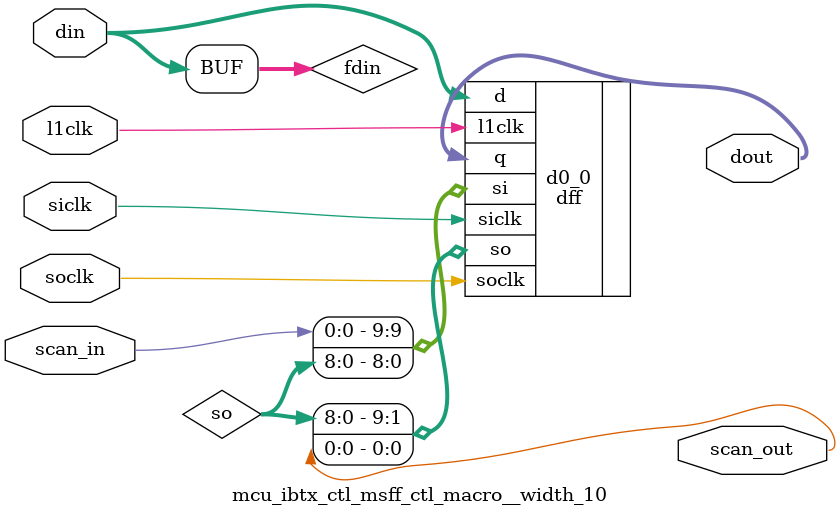
<source format=v>
`define DRIF_MCU_STATE_00  5'd0
`define DRIF_MCU_STATE_01  5'd1
`define DRIF_MCU_STATE_02  5'd2
`define DRIF_MCU_STATE_03  5'd3
`define DRIF_MCU_STATE_04  5'd4
`define DRIF_MCU_STATE_05  5'd5
`define DRIF_MCU_STATE_06  5'd6
`define DRIF_MCU_STATE_07  5'd7
`define DRIF_MCU_STATE_08  5'd8
`define DRIF_MCU_STATE_09  5'd9
`define DRIF_MCU_STATE_10  5'd10
`define DRIF_MCU_STATE_11  5'd11
`define DRIF_MCU_STATE_12  5'd12
`define DRIF_MCU_STATE_13  5'd13
`define DRIF_MCU_STATE_14  5'd14
`define DRIF_MCU_STATE_15  5'd15
`define DRIF_MCU_STATE_16  5'd16
`define DRIF_MCU_STATE_17  5'd17
`define DRIF_MCU_STATE_18  5'd18
`define DRIF_MCU_STATE_19  5'd19
`define DRIF_MCU_STATE_20  5'd20
`define DRIF_MCU_STATE_21  5'd21
`define DRIF_MCU_STATE_22  5'd22
`define DRIF_MCU_STATE_23  5'd23
`define DRIF_MCU_STATE_24  5'd24
`define DRIF_MCU_STATE_25  5'd25
`define DRIF_MCU_STATE_26  5'd26

`define DRIF_MCU_STATE_MAX 4
`define DRIF_MCU_STATE_WIDTH 5

`define UCB_READ_NACK        4'b0000    // ack/nack types
`define UCB_READ_ACK         4'b0001
`define UCB_WRITE_ACK        4'b0010
`define UCB_IFILL_ACK        4'b0011
`define UCB_IFILL_NACK       4'b0111

`define UCB_READ_REQ         4'b0100    // req types
`define UCB_WRITE_REQ        4'b0101
`define UCB_IFILL_REQ        4'b0110

`define UCB_INT              4'b1000    // plain interrupt
`define UCB_INT_VEC          4'b1100    // interrupt with vector
`define UCB_RESET_VEC        4'b1101    // reset with vector
`define UCB_IDLE_VEC         4'b1110    // idle with vector
`define UCB_RESUME_VEC       4'b1111    // resume with vector


//
// UCB Data Packet Format
// ======================
//
`define UCB_NOPAY_PKT_WIDTH   64        // packet without payload
`define UCB_64PAY_PKT_WIDTH  128        // packet with 64 bit payload
`define UCB_128PAY_PKT_WIDTH 192        // packet with 128 bit payload

`define UCB_DATA_EXT_HI      191        // (64) extended data
`define UCB_DATA_EXT_LO      128
`define UCB_DATA_HI          127        // (64) data
`define UCB_DATA_LO           64
`define UCB_RSV_HI            63        // (9) reserved bits
`define UCB_RSV_LO            55
`define UCB_ADDR_HI           54        // (40) bit address
`define UCB_ADDR_LO           15
`define UCB_SIZE_HI           14        // (3) request size
`define UCB_SIZE_LO           12
`define UCB_BUF_HI            11        // (2) buffer ID
`define UCB_BUF_LO            10
`define UCB_THR_HI             9        // (6) cpu/thread ID
`define UCB_THR_LO             4
`define UCB_PKT_HI             3        // (4) packet type
`define UCB_PKT_LO             0

`define UCB_DATA_EXT_WIDTH    64
`define UCB_DATA_WIDTH        64
`define UCB_RSV_WIDTH          9
`define UCB_ADDR_WIDTH        40 
`define UCB_SIZE_WIDTH         3
`define UCB_BUF_WIDTH          2
`define UCB_THR_WIDTH          6
`define UCB_PKT_WIDTH          4

// Size encoding for the UCB_SIZE_HI/LO field
// 000 - byte
// 001 - half-word
// 010 - word
// 011 - double-word
`define UCB_SIZE_1B          3'b000
`define UCB_SIZE_2B          3'b001
`define UCB_SIZE_4B          3'b010
`define UCB_SIZE_8B          3'b011
`define UCB_SIZE_16B         3'b100


//
// UCB Interrupt Packet Format
// ===========================
//
`define UCB_INT_PKT_WIDTH     64

`define UCB_INT_RSV_HI        63        // (7) reserved bits
`define UCB_INT_RSV_LO        57
`define UCB_INT_VEC_HI        56        // (6) interrupt vector
`define UCB_INT_VEC_LO        51
`define UCB_INT_STAT_HI       50        // (32) interrupt status
`define UCB_INT_STAT_LO       19
`define UCB_INT_DEV_HI        18        // (9) device ID
`define UCB_INT_DEV_LO        10
//`define UCB_THR_HI             9      // (6) cpu/thread ID shared with
//`define UCB_THR_LO             4             data packet format
//`define UCB_PKT_HI             3      // (4) packet type shared with
//`define UCB_PKT_LO             0      //     data packet format

`define UCB_INT_RSV_WIDTH      7
`define UCB_INT_VEC_WIDTH      6
`define UCB_INT_STAT_WIDTH    32
`define UCB_INT_DEV_WIDTH      9


`define MCU_CAS_BIT2_SEL_PA10 4'h1
`define MCU_CAS_BIT2_SEL_PA32 4'h2
`define MCU_CAS_BIT2_SEL_PA33 4'h4
`define MCU_CAS_BIT2_SEL_PA34 4'h8

`define MCU_CAS_BIT3_SEL_PA11 4'h1
`define MCU_CAS_BIT3_SEL_PA33 4'h2
`define MCU_CAS_BIT3_SEL_PA34 4'h4
`define MCU_CAS_BIT3_SEL_PA35 4'h8

`define MCU_CAS_BIT4_SEL_PA12 3'h1
`define MCU_CAS_BIT4_SEL_PA35 3'h2
`define MCU_CAS_BIT4_SEL_PA36 3'h4

`define MCU_DIMMHI_SEL_ZERO 6'h01
`define MCU_DIMMHI_SEL_PA32 6'h02
`define MCU_DIMMHI_SEL_PA33 6'h04
`define MCU_DIMMHI_SEL_PA34 6'h08
`define MCU_DIMMHI_SEL_PA35 6'h10
`define MCU_DIMMHI_SEL_PA36 6'h20

`define MCU_DIMMLO_SEL_ZERO 4'h1
`define MCU_DIMMLO_SEL_PA10 4'h2
`define MCU_DIMMLO_SEL_PA11 4'h4
`define MCU_DIMMLO_SEL_PA12 4'h8

`define MCU_RANK_SEL_ZERO 7'h01
`define MCU_RANK_SEL_PA32 7'h02
`define MCU_RANK_SEL_PA33 7'h04
`define MCU_RANK_SEL_PA34 7'h08
`define MCU_RANK_SEL_PA35 7'h10
`define MCU_RANK_SEL_PA10 7'h20
`define MCU_RANK_SEL_PA11 7'h40

`define MCU_ADDR_ERR_SEL_39_32 6'h01
`define MCU_ADDR_ERR_SEL_39_33 6'h02
`define MCU_ADDR_ERR_SEL_39_34 6'h04
`define MCU_ADDR_ERR_SEL_39_35 6'h08
`define MCU_ADDR_ERR_SEL_39_36 6'h10
`define MCU_ADDR_ERR_SEL_39_37 6'h20

`define DRIF_ERR_IDLE 0
`define DRIF_ERR_IDLE_ST 5'h1
`define DRIF_ERR_READ0 1
`define DRIF_ERR_READ0_ST 5'h2
`define DRIF_ERR_WRITE 2
`define DRIF_ERR_WRITE_ST 5'h4
`define DRIF_ERR_READ1 3
`define DRIF_ERR_READ1_ST 5'h8
`define DRIF_ERR_CRC_FR 4
`define DRIF_ERR_CRC_FR_ST 5'h10

`define MCU_WDQ_RF_DATA_WIDTH 72
`define MCU_WDQ_RF_ADDR_WIDTH 5
`define MCU_WDQ_RF_DEPTH 32

// FBDIMM header defines
`define FBD_TS0_HDR 12'hbfe
`define FBD_TS1_HDR 12'hffe
`define FBD_TS2_HDR 12'h7fe
`define FBD_TS3_HDR 12'h3fe

// MCU FBDIMM Channel commands
`define FBD_DRAM_CMD_NOP 3'h0
`define FBD_DRAM_CMD_OTHER 3'h1
`define FBD_DRAM_CMD_RD  3'h2
`define FBD_DRAM_CMD_WR  3'h3
`define FBD_DRAM_CMD_ACT 3'h4
`define FBD_DRAM_CMD_WDATA 3'h5

`define FBD_DRAM_CMD_OTHER_REF 3'h5
`define FBD_DRAM_CMD_OTHER_SRE 3'h4
`define FBD_DRAM_CMD_OTHER_PDE 3'h2
`define FBD_DRAM_CMD_OTHER_SRPDX 3'h3

`define FBD_CHNL_CMD_NOP   2'h0
`define FBD_CHNL_CMD_SYNC  2'h1
`define FBD_CHNL_CMD_SCRST 2'h2

`define FBDIC_ERR_IDLE_ST 7'h01
`define FBDIC_ERR_IDLE 0

`define FBDIC_ERR_STS_ST 7'h02
`define FBDIC_ERR_STS 1

`define FBDIC_ERR_SCRST_ST 7'h04
`define FBDIC_ERR_SCRST 2

`define FBDIC_ERR_SCRST_STS_ST 7'h08
`define FBDIC_ERR_SCRST_STS 3

`define FBDIC_ERR_STS2_ST 7'h10
`define FBDIC_ERR_STS2 4

`define FBDIC_ERR_FASTRST_ST 7'h20
`define FBDIC_ERR_FASTRST 5

`define FBDIC_ERR_FASTRST_STS_ST 7'h40
`define FBDIC_ERR_FASTRST_STS 6


// IBIST DEFINITION

`define L_2_0  12'h555
`define L_2_1  12'h555
`define L_4_0  12'h333
`define L_4_1  12'h333
`define L_6_0  12'h1c7
`define L_6_1  12'h1c7
`define L_8_0  12'h0f0
`define L_8_1  12'hf0f
`define L_24_0 12'h000
`define L_24_1 12'hfff

`define idle            4'h0

`define error_0         4'h1
`define error_1         4'h2

`define start1_0        4'h3
`define start1_1        4'h4
`define start2_0        4'h5
`define start2_1        4'h6

`define pat1_0          4'h7
`define pat1_1          4'h8

`define clkpat_0        4'h9
`define clkpat_1        4'ha

`define const_0         4'hb
`define const_1         4'hc

`define stop1_0         4'h1
`define stop1_1         4'h2

`define stop2_0         4'hd
`define stop2_1         4'he
`define error           4'hf

`define IBTX_STATE_IDLE 0
`define IBTX_STATE_PATT 1
`define IBTX_STATE_MODN 2
`define IBTX_STATE_CONST 3

`define IBRX_STATE_IDLE 0
`define IBRX_STATE_PATT 1
`define IBRX_STATE_MODN 2
`define IBRX_STATE_CONST 3



module mcu_ibtx_ctl (
  ibist_txdata, 
  ibtx_done, 
  fbdic_sbfibportctl, 
  fbdic_sbfibpgctl, 
  fbdic_sbfibpattbuf1, 
  fbdic_sbfibtxmsk, 
  fbdic_sbfibtxshft, 
  fbdic_sbfibpattbuf2, 
  fbdic_sbfibpatt2en, 
  fbdic_txstart, 
  scan_in, 
  tcu_aclk, 
  tcu_bclk, 
  tcu_scan_en, 
  l1clk, 
  scan_out);
wire siclk;
wire soclk;
wire se;
wire ibtx_loopcon;
wire ibtx_autoinvswpen;
wire ibtx_ovrloop_disable;
wire ibtx_ovrloopcnt_is_zero;
wire [5:0] ibtx_ovrloopcnt;
wire ibtx_ovrloopcnt_dec;
wire [4:0] ibtx_cnstgencnt;
wire [6:0] ibtx_modloopcnt;
wire [6:0] ibtx_pattloopcnt;
wire [5:0] ibtx_ovrloopcnt_in;
wire [3:0] ibtx_state;
wire ff_ovrloopcnt_scanin;
wire ff_ovrloopcnt_scanout;
wire ibtx_cnstgen_disable;
wire ibtx_cnstgencnt_dec;
wire ibtx_lo_bits_sel;
wire [4:0] ibtx_cnstgencnt_in;
wire ff_cnstgencnt_scanin;
wire ff_cnstgencnt_scanout;
wire ibtx_cnstgenset;
wire ibtx_modloop_disable;
wire ibtx_modloopcnt_dec;
wire [6:0] ibtx_modloopcnt_in;
wire ff_modloopcnt_scanin;
wire ff_modloopcnt_scanout;
wire [2:0] ibtx_modperiod;
wire ibtx_pattloop_disable;
wire ibtx_pattloopcnt_dec;
wire [6:0] ibtx_pattloopcnt_in;
wire ff_pattloopcnt_scanin;
wire ff_pattloopcnt_scanout;
wire [2:0] ibtx_ptgenord;
wire ibtx_ptgenord_pmc;
wire ibtx_ptgenord_pcm;
wire ibtx_ptgenord_mpc;
wire ibtx_ptgenord_mcp;
wire ibtx_ptgenord_cpm;
wire ibtx_ptgenord_cmp;
wire ibtx_idle_to_patt;
wire ibtx_idle_to_modn;
wire ibtx_idle_to_const;
wire ibtx_idle_to_idle;
wire ibtx_patt_to_patt;
wire ibtx_patt_to_modn;
wire ibtx_patt_to_const;
wire ibtx_patt_to_idle;
wire ibtx_modn_to_patt;
wire ibtx_modn_to_modn;
wire ibtx_modn_to_const;
wire ibtx_modn_to_idle;
wire ibtx_const_to_patt;
wire ibtx_const_to_modn;
wire ibtx_const_to_const;
wire ibtx_const_to_idle;
wire [1:0] ibtx_start_cnt_in;
wire [1:0] ibtx_start_cnt;
wire ff_start_cnt_scanin;
wire ff_start_cnt_scanout;
wire [11:0] ibtx_start_data;
wire ibtx_lo_bits_sel_in;
wire ff_hiword_sel_scanin;
wire ff_hiword_sel_scanout;
wire ff_state_scanin;
wire ff_state_scanout;
wire [3:0] ibtx_state_in;
wire [3:0] ibtx_state_out;
wire [9:0] ibtx_txinvshft_in;
wire [9:0] ibtx_txinvshft;
wire ff_txinvshft_scanin;
wire ff_txinvshft_scanout;
wire [11:0] ibtx_modn_data;
wire [11:0] ibtx_patt1_data;
wire [11:0] ibtx_data;
wire [11:0] ibtx_data_l;
wire [11:0] ibtx_patt2_data;
wire [119:0] ibtx_txdata;


output	[119:0]	ibist_txdata;
output		ibtx_done;

input	[23:0]	fbdic_sbfibportctl;
input	[31:0]	fbdic_sbfibpgctl;
input	[23:0]	fbdic_sbfibpattbuf1;
input	[9:0]	fbdic_sbfibtxmsk;
input	[9:0]	fbdic_sbfibtxshft;
input	[23:0]	fbdic_sbfibpattbuf2;
input	[9:0]	fbdic_sbfibpatt2en;
input		fbdic_txstart;

input 		scan_in ;
input		tcu_aclk ;
input		tcu_bclk ;
input		tcu_scan_en ;

input 		l1clk ;

output 		scan_out ;

assign siclk = tcu_aclk;
assign soclk = tcu_bclk;
assign se = tcu_scan_en;

// Port control register signals
assign ibtx_loopcon = fbdic_sbfibportctl[3];
assign ibtx_autoinvswpen = fbdic_sbfibportctl[5];

// Pattern generation counters
assign ibtx_ovrloop_disable = fbdic_sbfibpgctl[31:26] == 6'h0;
assign ibtx_ovrloopcnt_is_zero = ibtx_ovrloopcnt[5:0] == 6'h0 & ~ibtx_loopcon;
assign ibtx_ovrloopcnt_dec = ibtx_cnstgencnt[4:0] == 5'h0 & ibtx_modloopcnt[6:0] == 7'h0 & 
				ibtx_pattloopcnt[6:0] == 7'h0 & ~ibtx_ovrloopcnt_is_zero;
assign ibtx_ovrloopcnt_in[5:0] = fbdic_txstart | ibtx_cnstgencnt[4:0] == 5'h0 & 
						 ibtx_modloopcnt[6:0] == 7'h0 & 
						 ibtx_pattloopcnt[6:0] == 7'h0 & 
						 ibtx_ovrloopcnt[5:0] == 6'h0 & ~ibtx_state[`IBTX_STATE_IDLE] &
						 ibtx_loopcon ? fbdic_sbfibpgctl[31:26] - 6'h1 : 
						 ibtx_ovrloopcnt_dec ? ibtx_ovrloopcnt[5:0] - 6'h1 : ibtx_ovrloopcnt[5:0];
mcu_ibtx_ctl_msff_ctl_macro__width_6 ff_ovrloopcnt  (
	.scan_in(ff_ovrloopcnt_scanin),
	.scan_out(ff_ovrloopcnt_scanout),
	.din(ibtx_ovrloopcnt_in[5:0]),
	.dout(ibtx_ovrloopcnt[5:0]),
	.l1clk(l1clk),
  .siclk(siclk),
  .soclk(soclk));

// Constant generation
assign ibtx_cnstgen_disable = fbdic_sbfibpgctl[25:21] == 5'h0;
assign ibtx_cnstgencnt_dec = ibtx_state[`IBTX_STATE_CONST] & ibtx_lo_bits_sel;
assign ibtx_cnstgencnt_in[4:0] = fbdic_txstart | ibtx_ovrloopcnt_dec ? fbdic_sbfibpgctl[25:21] : 
					ibtx_cnstgencnt_dec ? ibtx_cnstgencnt[4:0] - 5'h1 : ibtx_cnstgencnt[4:0];
mcu_ibtx_ctl_msff_ctl_macro__width_5 ff_cnstgencnt  (
	.scan_in(ff_cnstgencnt_scanin),
	.scan_out(ff_cnstgencnt_scanout),
	.din(ibtx_cnstgencnt_in[4:0]),
	.dout(ibtx_cnstgencnt[4:0]),
	.l1clk(l1clk),
  .siclk(siclk),
  .soclk(soclk));

assign ibtx_cnstgenset = fbdic_sbfibpgctl[20];

// Mod-N pattern
assign ibtx_modloop_disable = fbdic_sbfibpgctl[19:13] == 7'h0;
assign ibtx_modloopcnt_dec = ibtx_state[`IBTX_STATE_MODN] & ibtx_lo_bits_sel;
assign ibtx_modloopcnt_in[6:0] = fbdic_txstart | ibtx_ovrloopcnt_dec ? fbdic_sbfibpgctl[19:13] : 
					ibtx_modloopcnt_dec ? ibtx_modloopcnt[6:0] - 7'h1 : ibtx_modloopcnt[6:0];
mcu_ibtx_ctl_msff_ctl_macro__width_7 ff_modloopcnt  (
	.scan_in(ff_modloopcnt_scanin),
	.scan_out(ff_modloopcnt_scanout),
	.din(ibtx_modloopcnt_in[6:0]),
	.dout(ibtx_modloopcnt[6:0]),
	.l1clk(l1clk),
  .siclk(siclk),
  .soclk(soclk));

assign ibtx_modperiod[2:0] = fbdic_sbfibpgctl[12:10];

// Pattern Register 1
assign ibtx_pattloop_disable = fbdic_sbfibpgctl[9:3] == 7'h0;
assign ibtx_pattloopcnt_dec = ibtx_state[`IBTX_STATE_PATT] & ibtx_lo_bits_sel;
assign ibtx_pattloopcnt_in[6:0] = fbdic_txstart | ibtx_ovrloopcnt_dec ? fbdic_sbfibpgctl[9:3] : 
					ibtx_pattloopcnt_dec ? ibtx_pattloopcnt[6:0] - 7'h1 : ibtx_pattloopcnt[6:0];
mcu_ibtx_ctl_msff_ctl_macro__width_7 ff_pattloopcnt  (
	.scan_in(ff_pattloopcnt_scanin),
	.scan_out(ff_pattloopcnt_scanout),
	.din(ibtx_pattloopcnt_in[6:0]),
	.dout(ibtx_pattloopcnt[6:0]),
	.l1clk(l1clk),
  .siclk(siclk),
  .soclk(soclk));

// 
assign ibtx_ptgenord[2:0] = fbdic_sbfibpgctl[2:0];
assign ibtx_ptgenord_pmc = ibtx_ptgenord[2:0] == 3'h0;
assign ibtx_ptgenord_pcm = ibtx_ptgenord[2:0] == 3'h1;
assign ibtx_ptgenord_mpc = ibtx_ptgenord[2:0] == 3'h2;
assign ibtx_ptgenord_mcp = ibtx_ptgenord[2:0] == 3'h3;
assign ibtx_ptgenord_cpm = ibtx_ptgenord[2:0] == 3'h4;
assign ibtx_ptgenord_cmp = ibtx_ptgenord[2:0] == 3'h5;

// State machine arcs
// Idle/Start state
assign ibtx_idle_to_patt = ~ibtx_pattloop_disable & 
				(ibtx_ptgenord_pmc | ibtx_ptgenord_pcm |
				ibtx_ptgenord_mpc & ibtx_modloop_disable |
			    	ibtx_ptgenord_mcp & ibtx_cnstgen_disable & ibtx_modloop_disable |
			    	ibtx_ptgenord_cpm & ibtx_cnstgen_disable |
			    	ibtx_ptgenord_cmp & ibtx_cnstgen_disable & ibtx_modloop_disable);
assign ibtx_idle_to_modn = ~ibtx_modloop_disable & 
				(ibtx_ptgenord_mpc | ibtx_ptgenord_mcp |
				ibtx_ptgenord_pmc & ibtx_pattloop_disable | 
				ibtx_ptgenord_pcm & ibtx_pattloop_disable & ibtx_cnstgen_disable | 
				ibtx_ptgenord_cpm & ibtx_pattloop_disable & ibtx_cnstgen_disable | 
				ibtx_ptgenord_cmp & ibtx_cnstgen_disable);
assign ibtx_idle_to_const = ~ibtx_cnstgen_disable & 
				(ibtx_ptgenord_cpm | ibtx_ptgenord_cmp |
				ibtx_ptgenord_pmc & ibtx_pattloop_disable & ibtx_modloop_disable | 
				ibtx_ptgenord_pcm & ibtx_pattloop_disable | 
				ibtx_ptgenord_mpc & ibtx_modloop_disable & ibtx_pattloop_disable |
			    	ibtx_ptgenord_mcp & ibtx_modloop_disable);
assign ibtx_idle_to_idle = ibtx_pattloop_disable & ibtx_modloop_disable & ibtx_cnstgen_disable | ibtx_ovrloop_disable;

// Pattern state
assign ibtx_patt_to_patt = ibtx_modloop_disable & ibtx_cnstgen_disable & ~ibtx_ovrloopcnt_is_zero;
assign ibtx_patt_to_modn = ~ibtx_modloop_disable & 
				(ibtx_ptgenord_pmc | ibtx_ptgenord_cpm |
				ibtx_ptgenord_pcm & ibtx_cnstgen_disable |
				ibtx_ptgenord_mpc & ibtx_cnstgen_disable & ~ibtx_ovrloopcnt_is_zero |
				ibtx_ptgenord_mcp & ~ibtx_ovrloopcnt_is_zero |
				ibtx_ptgenord_cmp & ibtx_cnstgen_disable & ~ibtx_ovrloopcnt_is_zero);	
assign ibtx_patt_to_const = ~ibtx_cnstgen_disable &
				(ibtx_ptgenord_pmc & ibtx_modloop_disable | 
				ibtx_ptgenord_cpm & ibtx_modloop_disable & ~ibtx_ovrloopcnt_is_zero |
				ibtx_ptgenord_pcm |
				ibtx_ptgenord_mpc |
				ibtx_ptgenord_mcp & ibtx_modloop_disable & ~ibtx_ovrloopcnt_is_zero |
				ibtx_ptgenord_cmp & ~ibtx_ovrloopcnt_is_zero);
assign ibtx_patt_to_idle = ibtx_ovrloopcnt_is_zero &
				(ibtx_ptgenord_pmc & ibtx_cnstgen_disable & ibtx_modloop_disable | 
				ibtx_ptgenord_cpm & ibtx_modloop_disable |
				ibtx_ptgenord_pcm & ibtx_cnstgen_disable & ibtx_modloop_disable |
				ibtx_ptgenord_mpc & ibtx_cnstgen_disable |
				ibtx_ptgenord_mcp |
				ibtx_ptgenord_cmp);

// MOD-N state
assign ibtx_modn_to_patt = ~ibtx_pattloop_disable &
				(ibtx_ptgenord_pmc & ibtx_cnstgen_disable & ~ibtx_ovrloopcnt_is_zero | 
				ibtx_ptgenord_cpm & ibtx_cnstgen_disable & ~ibtx_ovrloopcnt_is_zero |
				ibtx_ptgenord_pcm & ~ibtx_ovrloopcnt_is_zero |
				ibtx_ptgenord_mpc |
				ibtx_ptgenord_mcp & ibtx_cnstgen_disable |
				ibtx_ptgenord_cmp);
assign ibtx_modn_to_modn = ~ibtx_modloop_disable & ibtx_cnstgen_disable & ibtx_pattloop_disable;
assign ibtx_modn_to_const = ~ibtx_cnstgen_disable &
				(ibtx_ptgenord_pmc | 
				ibtx_ptgenord_mcp |
				ibtx_ptgenord_cpm & ~ibtx_ovrloopcnt_is_zero |
				ibtx_ptgenord_pcm & ~ibtx_ovrloopcnt_is_zero & ibtx_pattloop_disable |
				ibtx_ptgenord_mpc & ibtx_pattloop_disable|
				ibtx_ptgenord_cmp & ~ibtx_ovrloopcnt_is_zero & ibtx_pattloop_disable);
assign ibtx_modn_to_idle = ibtx_ovrloopcnt_is_zero &
				(ibtx_ptgenord_pmc & ibtx_cnstgen_disable | 
				ibtx_ptgenord_cpm |
				ibtx_ptgenord_pcm |
				ibtx_ptgenord_mpc & ibtx_cnstgen_disable & ibtx_pattloop_disable |
				ibtx_ptgenord_mcp & ibtx_cnstgen_disable & ibtx_pattloop_disable |
				ibtx_ptgenord_cmp & ibtx_pattloop_disable);

// Constant state
assign ibtx_const_to_patt = ~ibtx_pattloop_disable &
				(ibtx_ptgenord_pmc & ~ibtx_ovrloopcnt_is_zero | 
				ibtx_ptgenord_cpm |
				ibtx_ptgenord_pcm & ~ibtx_ovrloopcnt_is_zero & ibtx_modloop_disable |
				ibtx_ptgenord_mpc & ~ibtx_ovrloopcnt_is_zero & ibtx_modloop_disable |
				ibtx_ptgenord_mcp |
				ibtx_ptgenord_cmp & ibtx_modloop_disable);
assign ibtx_const_to_modn = ~ibtx_modloop_disable &
				(ibtx_ptgenord_pmc & ~ibtx_ovrloopcnt_is_zero & ibtx_pattloop_disable | 
				ibtx_ptgenord_cpm & ibtx_pattloop_disable |
				ibtx_ptgenord_pcm |
				ibtx_ptgenord_mpc & ~ibtx_ovrloopcnt_is_zero |
				ibtx_ptgenord_mcp & ~ibtx_ovrloopcnt_is_zero & ibtx_pattloop_disable |
				ibtx_ptgenord_cmp);
assign ibtx_const_to_const = ~ibtx_ovrloopcnt_is_zero & ibtx_modloop_disable & ibtx_pattloop_disable;
assign ibtx_const_to_idle = ibtx_ovrloopcnt_is_zero &
				(ibtx_ptgenord_pmc | 
				ibtx_ptgenord_cpm & ibtx_modloop_disable & ibtx_pattloop_disable |
				ibtx_ptgenord_pcm & ibtx_modloop_disable |
				ibtx_ptgenord_mpc |
				ibtx_ptgenord_mcp & ibtx_pattloop_disable |
				ibtx_ptgenord_cmp & ibtx_modloop_disable & ibtx_pattloop_disable);

// Counter to send out start delimiters
assign ibtx_start_cnt_in[1:0] = fbdic_txstart | (|ibtx_start_cnt[1:0]) ? ibtx_start_cnt[1:0] + 2'h1 : 2'h0;
mcu_ibtx_ctl_msff_ctl_macro__width_2 ff_start_cnt  (
	.scan_in(ff_start_cnt_scanin),
	.scan_out(ff_start_cnt_scanout),
	.din(ibtx_start_cnt_in[1:0]),
	.dout(ibtx_start_cnt[1:0]),
	.l1clk(l1clk),
  .siclk(siclk),
  .soclk(soclk));

assign ibtx_start_data[11:0] = ibtx_start_cnt[0] ? 12'h876 : 12'h543;

// Bit to select between high and low 12 bits of pattern data
assign ibtx_lo_bits_sel_in = ~ibtx_state[`IBTX_STATE_IDLE] & ~ibtx_lo_bits_sel;
mcu_ibtx_ctl_msff_ctl_macro ff_hiword_sel (
	.scan_in(ff_hiword_sel_scanin),
	.scan_out(ff_hiword_sel_scanout),
	.din(ibtx_lo_bits_sel_in),
	.dout(ibtx_lo_bits_sel),
	.l1clk(l1clk),
  .siclk(siclk),
  .soclk(soclk));

// state machine
reg [3:0] ibtx_state_next;

// 0in one_hot -var ibtx_state[3:0]
mcu_ibtx_ctl_msff_ctl_macro__width_4 ff_state  (
	.scan_in(ff_state_scanin),
	.scan_out(ff_state_scanout),
	.din(ibtx_state_in[3:0]),
	.dout(ibtx_state_out[3:0]),
	.l1clk(l1clk),
  .siclk(siclk),
  .soclk(soclk));

assign ibtx_state_in[3:0] = ibtx_state_next[3:0] ^ 4'h1;
assign ibtx_state[3:0] = ibtx_state_out[3:0] ^ 4'h1;

always @(ibtx_state or ibtx_idle_to_const or ibtx_idle_to_modn or ibtx_idle_to_patt or ibtx_idle_to_idle
	 or ibtx_patt_to_const or ibtx_patt_to_modn or ibtx_patt_to_patt or ibtx_patt_to_idle
	 or ibtx_const_to_const or ibtx_const_to_modn or ibtx_const_to_patt or ibtx_const_to_idle
	 or ibtx_modn_to_const or ibtx_modn_to_modn or ibtx_modn_to_patt or ibtx_modn_to_idle
	 or ibtx_start_cnt or ibtx_cnstgencnt or ibtx_modloopcnt or ibtx_pattloopcnt or ibtx_lo_bits_sel) 
begin

	ibtx_state_next[3:0] = 4'h0;

	case (1'b1)
	ibtx_state[`IBTX_STATE_IDLE]: begin
		if (ibtx_start_cnt[1:0] == 2'h3) begin
			ibtx_state_next[3:0] = {ibtx_idle_to_const, ibtx_idle_to_modn, 
						ibtx_idle_to_patt, ibtx_idle_to_idle};
		end
		else begin
			ibtx_state_next[`IBTX_STATE_IDLE] = 1'b1;
		end	
	end
	ibtx_state[`IBTX_STATE_CONST]: begin
		if (ibtx_cnstgencnt[4:0] == 5'h1 & ibtx_lo_bits_sel) begin
			ibtx_state_next[3:0] = {ibtx_const_to_const, ibtx_const_to_modn, 
						ibtx_const_to_patt, ibtx_const_to_idle};
		end
		else begin
			ibtx_state_next[`IBTX_STATE_CONST] = 1'b1;
		end
	end
	ibtx_state[`IBTX_STATE_MODN]: begin
		if (ibtx_modloopcnt[6:0] == 7'h1 & ibtx_lo_bits_sel) begin
			ibtx_state_next[3:0] = {ibtx_modn_to_const, ibtx_modn_to_modn, 
						ibtx_modn_to_patt, ibtx_modn_to_idle};
		end
		else begin
			ibtx_state_next[`IBTX_STATE_MODN] = 1'b1;
		end
	end
	ibtx_state[`IBTX_STATE_PATT]: begin
		if (ibtx_pattloopcnt[6:0] == 7'h1 & ibtx_lo_bits_sel) begin
			ibtx_state_next[3:0] = {ibtx_patt_to_const, ibtx_patt_to_modn, 
						ibtx_patt_to_patt, ibtx_patt_to_idle};
		end
		else begin
			ibtx_state_next[`IBTX_STATE_PATT] = 1'b1;
		end
	end
	default: ;
	endcase
end

assign ibtx_done = ~ibtx_state[0] & ibtx_state_next[0];

// inversion shift register
assign ibtx_txinvshft_in[9:0] = fbdic_txstart ? fbdic_sbfibtxshft[9:0] : 
				ibtx_ovrloopcnt_dec & ibtx_autoinvswpen ? 
					{ibtx_txinvshft[8:0],ibtx_txinvshft[9]} : ibtx_txinvshft[9:0];
mcu_ibtx_ctl_msff_ctl_macro__width_10 ff_txinvshft  (
	.scan_in(ff_txinvshft_scanin),
	.scan_out(ff_txinvshft_scanout),
	.din(ibtx_txinvshft_in[9:0]),
	.dout(ibtx_txinvshft[9:0]),
	.l1clk(l1clk),
  .siclk(siclk),
  .soclk(soclk));

assign ibtx_modn_data[11:0] =   {12{ibtx_modperiod[2:0] == 3'h1}} & 12'h555 |
				{12{ibtx_modperiod[2:0] == 3'h2}} & 12'h333 |
				{12{ibtx_modperiod[2:0] == 3'h3}} & 12'h1c7 |
				{12{ibtx_modperiod[2:0] == 3'h4}} & (ibtx_lo_bits_sel ? 12'hf0f : 12'h0f0) |
				{12{ibtx_modperiod[2:0] == 3'h6}} & (ibtx_lo_bits_sel ? 12'hfff : 12'h000);

assign ibtx_patt1_data[11:0] = ibtx_lo_bits_sel ? fbdic_sbfibpattbuf1[11:0] : fbdic_sbfibpattbuf1[23:12];

assign ibtx_data[11:0] = {12{ibtx_state[`IBTX_STATE_CONST]}} & {12{ibtx_cnstgenset}} |
			 {12{ibtx_state[`IBTX_STATE_PATT]}}  & ibtx_patt1_data[11:0] |
			 {12{ibtx_state[`IBTX_STATE_MODN]}}  & ibtx_modn_data[11:0];
assign ibtx_data_l[11:0] = ~ibtx_data[11:0];

assign ibtx_patt2_data[11:0] = ibtx_lo_bits_sel ? fbdic_sbfibpattbuf2[11:0] : fbdic_sbfibpattbuf2[23:12];

assign ibtx_txdata[119:108] = {12{fbdic_sbfibtxmsk[9]}} & (fbdic_sbfibpatt2en[9] ? ibtx_patt2_data[11:0] :
							ibtx_txinvshft[9] ? ibtx_data_l[11:0] : ibtx_data[11:0]);
assign ibtx_txdata[107:96] = {12{fbdic_sbfibtxmsk[8]}} & (fbdic_sbfibpatt2en[8] ? ibtx_patt2_data[11:0] :
							ibtx_txinvshft[8] ? ibtx_data_l[11:0] : ibtx_data[11:0]);
assign ibtx_txdata[95:84] = {12{fbdic_sbfibtxmsk[7]}} & (fbdic_sbfibpatt2en[7] ? ibtx_patt2_data[11:0] :
							ibtx_txinvshft[7] ? ibtx_data_l[11:0] : ibtx_data[11:0]);
assign ibtx_txdata[83:72] = {12{fbdic_sbfibtxmsk[6]}} & (fbdic_sbfibpatt2en[6] ? ibtx_patt2_data[11:0] :
							ibtx_txinvshft[6] ? ibtx_data_l[11:0] : ibtx_data[11:0]);
assign ibtx_txdata[71:60] = {12{fbdic_sbfibtxmsk[5]}} & (fbdic_sbfibpatt2en[5] ? ibtx_patt2_data[11:0] :
							ibtx_txinvshft[5] ? ibtx_data_l[11:0] : ibtx_data[11:0]);
assign ibtx_txdata[59:48] = {12{fbdic_sbfibtxmsk[4]}} & (fbdic_sbfibpatt2en[4] ? ibtx_patt2_data[11:0] :
							ibtx_txinvshft[4] ? ibtx_data_l[11:0] : ibtx_data[11:0]);
assign ibtx_txdata[47:36] = {12{fbdic_sbfibtxmsk[3]}} & (fbdic_sbfibpatt2en[3] ? ibtx_patt2_data[11:0] :
							ibtx_txinvshft[3] ? ibtx_data_l[11:0] : ibtx_data[11:0]);
assign ibtx_txdata[35:24] = {12{fbdic_sbfibtxmsk[2]}} & (fbdic_sbfibpatt2en[2] ? ibtx_patt2_data[11:0] :
							ibtx_txinvshft[2] ? ibtx_data_l[11:0] : ibtx_data[11:0]);
assign ibtx_txdata[23:12] = {12{fbdic_sbfibtxmsk[1]}} & (fbdic_sbfibpatt2en[1] ? ibtx_patt2_data[11:0] :
							ibtx_txinvshft[1] ? ibtx_data_l[11:0] : ibtx_data[11:0]);
assign ibtx_txdata[11:0] = {12{fbdic_sbfibtxmsk[0]}} & (fbdic_sbfibpatt2en[0] ? ibtx_patt2_data[11:0] :
							ibtx_txinvshft[0] ? ibtx_data_l[11:0] : ibtx_data[11:0]);

assign ibist_txdata[119:0] = ibtx_state[`IBTX_STATE_IDLE] ? {10{ibtx_start_data[11:0]}}: ibtx_txdata[119:0];

// fixscan start:
assign ff_ovrloopcnt_scanin      = scan_in                  ;
assign ff_cnstgencnt_scanin      = ff_ovrloopcnt_scanout    ;
assign ff_modloopcnt_scanin      = ff_cnstgencnt_scanout    ;
assign ff_pattloopcnt_scanin     = ff_modloopcnt_scanout    ;
assign ff_start_cnt_scanin       = ff_pattloopcnt_scanout   ;
assign ff_hiword_sel_scanin      = ff_start_cnt_scanout     ;
assign ff_state_scanin           = ff_hiword_sel_scanout    ;
assign ff_txinvshft_scanin       = ff_state_scanout         ;
assign scan_out                  = ff_txinvshft_scanout     ;
// fixscan end:
endmodule






// any PARAMS parms go into naming of macro

module mcu_ibtx_ctl_msff_ctl_macro__width_6 (
  din, 
  l1clk, 
  scan_in, 
  siclk, 
  soclk, 
  dout, 
  scan_out);
wire [5:0] fdin;
wire [4:0] so;

  input [5:0] din;
  input l1clk;
  input scan_in;


  input siclk;
  input soclk;

  output [5:0] dout;
  output scan_out;
assign fdin[5:0] = din[5:0];






dff /*#(6)*/  d0_0 (
.l1clk(l1clk),
.siclk(siclk),
.soclk(soclk),
.d(fdin[5:0]),
.si({scan_in,so[4:0]}),
.so({so[4:0],scan_out}),
.q(dout[5:0])
);












endmodule













// any PARAMS parms go into naming of macro

module mcu_ibtx_ctl_msff_ctl_macro__width_5 (
  din, 
  l1clk, 
  scan_in, 
  siclk, 
  soclk, 
  dout, 
  scan_out);
wire [4:0] fdin;
wire [3:0] so;

  input [4:0] din;
  input l1clk;
  input scan_in;


  input siclk;
  input soclk;

  output [4:0] dout;
  output scan_out;
assign fdin[4:0] = din[4:0];






dff /*#(5)*/  d0_0 (
.l1clk(l1clk),
.siclk(siclk),
.soclk(soclk),
.d(fdin[4:0]),
.si({scan_in,so[3:0]}),
.so({so[3:0],scan_out}),
.q(dout[4:0])
);












endmodule













// any PARAMS parms go into naming of macro

module mcu_ibtx_ctl_msff_ctl_macro__width_7 (
  din, 
  l1clk, 
  scan_in, 
  siclk, 
  soclk, 
  dout, 
  scan_out);
wire [6:0] fdin;
wire [5:0] so;

  input [6:0] din;
  input l1clk;
  input scan_in;


  input siclk;
  input soclk;

  output [6:0] dout;
  output scan_out;
assign fdin[6:0] = din[6:0];






dff /*#(7)*/  d0_0 (
.l1clk(l1clk),
.siclk(siclk),
.soclk(soclk),
.d(fdin[6:0]),
.si({scan_in,so[5:0]}),
.so({so[5:0],scan_out}),
.q(dout[6:0])
);












endmodule













// any PARAMS parms go into naming of macro

module mcu_ibtx_ctl_msff_ctl_macro__width_2 (
  din, 
  l1clk, 
  scan_in, 
  siclk, 
  soclk, 
  dout, 
  scan_out);
wire [1:0] fdin;
wire [0:0] so;

  input [1:0] din;
  input l1clk;
  input scan_in;


  input siclk;
  input soclk;

  output [1:0] dout;
  output scan_out;
assign fdin[1:0] = din[1:0];






dff /*#(2)*/  d0_0 (
.l1clk(l1clk),
.siclk(siclk),
.soclk(soclk),
.d(fdin[1:0]),
.si({scan_in,so[0:0]}),
.so({so[0:0],scan_out}),
.q(dout[1:0])
);












endmodule













// any PARAMS parms go into naming of macro

module mcu_ibtx_ctl_msff_ctl_macro (
  din, 
  l1clk, 
  scan_in, 
  siclk, 
  soclk, 
  dout, 
  scan_out);
wire [0:0] fdin;

  input [0:0] din;
  input l1clk;
  input scan_in;


  input siclk;
  input soclk;

  output [0:0] dout;
  output scan_out;
assign fdin[0:0] = din[0:0];






dff /*#(1)*/  d0_0 (
.l1clk(l1clk),
.siclk(siclk),
.soclk(soclk),
.d(fdin[0:0]),
.si(scan_in),
.so(scan_out),
.q(dout[0:0])
);












endmodule













// any PARAMS parms go into naming of macro

module mcu_ibtx_ctl_msff_ctl_macro__width_4 (
  din, 
  l1clk, 
  scan_in, 
  siclk, 
  soclk, 
  dout, 
  scan_out);
wire [3:0] fdin;
wire [2:0] so;

  input [3:0] din;
  input l1clk;
  input scan_in;


  input siclk;
  input soclk;

  output [3:0] dout;
  output scan_out;
assign fdin[3:0] = din[3:0];






dff /*#(4)*/  d0_0 (
.l1clk(l1clk),
.siclk(siclk),
.soclk(soclk),
.d(fdin[3:0]),
.si({scan_in,so[2:0]}),
.so({so[2:0],scan_out}),
.q(dout[3:0])
);












endmodule













// any PARAMS parms go into naming of macro

module mcu_ibtx_ctl_msff_ctl_macro__width_10 (
  din, 
  l1clk, 
  scan_in, 
  siclk, 
  soclk, 
  dout, 
  scan_out);
wire [9:0] fdin;
wire [8:0] so;

  input [9:0] din;
  input l1clk;
  input scan_in;


  input siclk;
  input soclk;

  output [9:0] dout;
  output scan_out;
assign fdin[9:0] = din[9:0];






dff /*#(10)*/  d0_0 (
.l1clk(l1clk),
.siclk(siclk),
.soclk(soclk),
.d(fdin[9:0]),
.si({scan_in,so[8:0]}),
.so({so[8:0],scan_out}),
.q(dout[9:0])
);












endmodule









</source>
